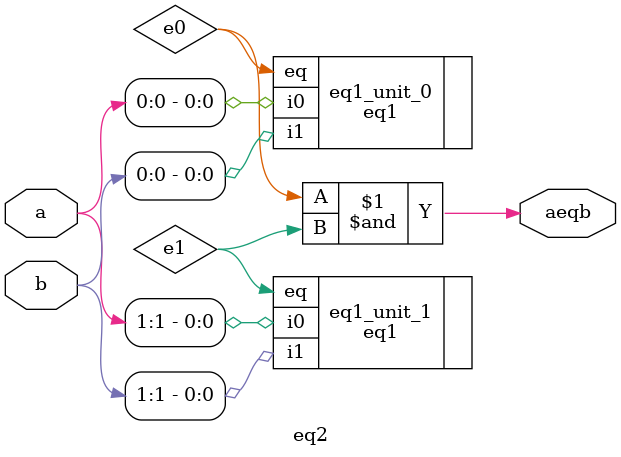
<source format=v>
module eq2
    (
        input wire [1:0] a, b,
        output wire aeqb
    );
    wire e0, e1;

    eq1 eq1_unit_0 (.i0(a[0]), .i1(b[0]), .eq(e0));
    eq1 eq1_unit_1 (.i0(a[1]), .i1(b[1]), .eq(e1));

    assign aeqb = e0 & e1;
endmodule

</source>
